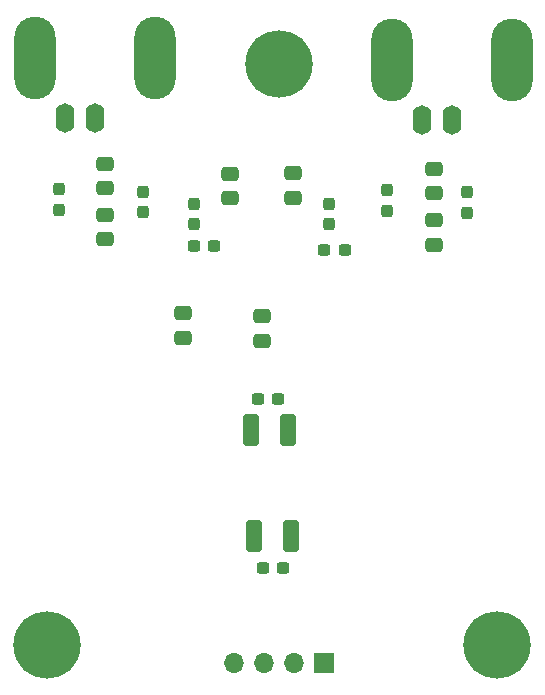
<source format=gbr>
%TF.GenerationSoftware,KiCad,Pcbnew,(6.0.11)*%
%TF.CreationDate,2023-05-27T13:57:12+02:00*%
%TF.ProjectId,Orp-pH Board,4f72702d-7048-4204-926f-6172642e6b69,V1.0*%
%TF.SameCoordinates,Original*%
%TF.FileFunction,Soldermask,Bot*%
%TF.FilePolarity,Negative*%
%FSLAX46Y46*%
G04 Gerber Fmt 4.6, Leading zero omitted, Abs format (unit mm)*
G04 Created by KiCad (PCBNEW (6.0.11)) date 2023-05-27 13:57:12*
%MOMM*%
%LPD*%
G01*
G04 APERTURE LIST*
G04 Aperture macros list*
%AMRoundRect*
0 Rectangle with rounded corners*
0 $1 Rounding radius*
0 $2 $3 $4 $5 $6 $7 $8 $9 X,Y pos of 4 corners*
0 Add a 4 corners polygon primitive as box body*
4,1,4,$2,$3,$4,$5,$6,$7,$8,$9,$2,$3,0*
0 Add four circle primitives for the rounded corners*
1,1,$1+$1,$2,$3*
1,1,$1+$1,$4,$5*
1,1,$1+$1,$6,$7*
1,1,$1+$1,$8,$9*
0 Add four rect primitives between the rounded corners*
20,1,$1+$1,$2,$3,$4,$5,0*
20,1,$1+$1,$4,$5,$6,$7,0*
20,1,$1+$1,$6,$7,$8,$9,0*
20,1,$1+$1,$8,$9,$2,$3,0*%
G04 Aperture macros list end*
%ADD10O,1.600000X2.500000*%
%ADD11O,3.500000X7.000000*%
%ADD12C,3.600000*%
%ADD13C,5.700000*%
%ADD14R,1.700000X1.700000*%
%ADD15O,1.700000X1.700000*%
%ADD16RoundRect,0.237500X-0.237500X0.300000X-0.237500X-0.300000X0.237500X-0.300000X0.237500X0.300000X0*%
%ADD17RoundRect,0.237500X-0.300000X-0.237500X0.300000X-0.237500X0.300000X0.237500X-0.300000X0.237500X0*%
%ADD18RoundRect,0.237500X0.237500X-0.300000X0.237500X0.300000X-0.237500X0.300000X-0.237500X-0.300000X0*%
%ADD19RoundRect,0.250000X0.412500X1.100000X-0.412500X1.100000X-0.412500X-1.100000X0.412500X-1.100000X0*%
%ADD20RoundRect,0.237500X0.300000X0.237500X-0.300000X0.237500X-0.300000X-0.237500X0.300000X-0.237500X0*%
%ADD21RoundRect,0.250000X-0.475000X0.337500X-0.475000X-0.337500X0.475000X-0.337500X0.475000X0.337500X0*%
%ADD22RoundRect,0.250000X-0.412500X-1.100000X0.412500X-1.100000X0.412500X1.100000X-0.412500X1.100000X0*%
%ADD23RoundRect,0.250000X0.475000X-0.337500X0.475000X0.337500X-0.475000X0.337500X-0.475000X-0.337500X0*%
G04 APERTURE END LIST*
D10*
%TO.C,J1*%
X147320000Y-96520000D03*
D11*
X152400000Y-91440000D03*
X142240000Y-91440000D03*
D10*
X144780000Y-96520000D03*
%TD*%
D12*
%TO.C,REF2*%
X113030000Y-140970000D03*
D13*
X113030000Y-140970000D03*
%TD*%
D12*
%TO.C,REF1*%
X132715000Y-91821000D03*
D13*
X132715000Y-91821000D03*
%TD*%
%TO.C,REF3*%
X151130000Y-140970000D03*
D12*
X151130000Y-140970000D03*
%TD*%
D14*
%TO.C,J3*%
X136525000Y-142494000D03*
D15*
X133985000Y-142494000D03*
X131445000Y-142494000D03*
X128905000Y-142494000D03*
%TD*%
D10*
%TO.C,J2*%
X117138000Y-96330000D03*
D11*
X112058000Y-91250000D03*
X122218000Y-91250000D03*
D10*
X114598000Y-96330000D03*
%TD*%
D16*
%TO.C,C2*%
X148590000Y-102669000D03*
X148590000Y-104394000D03*
%TD*%
D17*
%TO.C,C8*%
X125502500Y-107188000D03*
X127227500Y-107188000D03*
%TD*%
D16*
%TO.C,C5*%
X136906000Y-103658500D03*
X136906000Y-105383500D03*
%TD*%
D18*
%TO.C,C4*%
X114046000Y-104141000D03*
X114046000Y-102416000D03*
%TD*%
D19*
%TO.C,C11*%
X133436000Y-122762100D03*
X130311000Y-122762100D03*
%TD*%
D20*
%TO.C,C10*%
X132652500Y-120142000D03*
X130927500Y-120142000D03*
%TD*%
D21*
%TO.C,R20*%
X124565500Y-112881500D03*
X124565500Y-114956500D03*
%TD*%
D17*
%TO.C,C12*%
X131330000Y-134493000D03*
X133055000Y-134493000D03*
%TD*%
D16*
%TO.C,C7*%
X125476000Y-103658500D03*
X125476000Y-105383500D03*
%TD*%
D21*
%TO.C,R3*%
X145796000Y-105007500D03*
X145796000Y-107082500D03*
%TD*%
%TO.C,R2*%
X117983000Y-100250500D03*
X117983000Y-102325500D03*
%TD*%
%TO.C,R4*%
X117983000Y-104547000D03*
X117983000Y-106622000D03*
%TD*%
D16*
%TO.C,C1*%
X121158000Y-102606500D03*
X121158000Y-104331500D03*
%TD*%
D22*
%TO.C,C13*%
X130565000Y-131779100D03*
X133690000Y-131779100D03*
%TD*%
D21*
%TO.C,R1*%
X145796000Y-100668000D03*
X145796000Y-102743000D03*
%TD*%
D23*
%TO.C,R19*%
X131296500Y-115210500D03*
X131296500Y-113135500D03*
%TD*%
%TO.C,R12*%
X133858000Y-103124000D03*
X133858000Y-101049000D03*
%TD*%
D21*
%TO.C,R14*%
X128524000Y-101070500D03*
X128524000Y-103145500D03*
%TD*%
D17*
%TO.C,C6*%
X136551500Y-107569000D03*
X138276500Y-107569000D03*
%TD*%
D18*
%TO.C,C3*%
X141859000Y-104214000D03*
X141859000Y-102489000D03*
%TD*%
M02*

</source>
